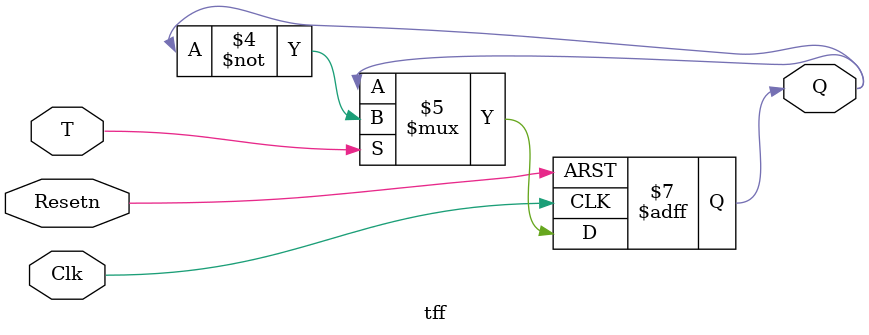
<source format=v>
module tff(Q, T, Resetn, Clk);
input T, Clk, Resetn; 
output Q; 
reg Q; 

always@(posedge Clk, negedge Resetn)
if(!Resetn)
Q<=0;
else if(T==1)
Q<=~Q;
endmodule

</source>
